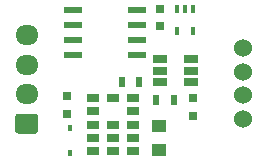
<source format=gts>
G04 #@! TF.GenerationSoftware,KiCad,Pcbnew,(5.1.10)-1*
G04 #@! TF.CreationDate,2021-11-20T00:47:51+09:00*
G04 #@! TF.ProjectId,M5Stack_UnitV2_DCDC&RS485,4d355374-6163-46b5-9f55-6e697456325f,rev?*
G04 #@! TF.SameCoordinates,Original*
G04 #@! TF.FileFunction,Soldermask,Top*
G04 #@! TF.FilePolarity,Negative*
%FSLAX46Y46*%
G04 Gerber Fmt 4.6, Leading zero omitted, Abs format (unit mm)*
G04 Created by KiCad (PCBNEW (5.1.10)-1) date 2021-11-20 00:47:51*
%MOMM*%
%LPD*%
G01*
G04 APERTURE LIST*
%ADD10R,0.750000X0.800000*%
%ADD11R,1.250000X1.000000*%
%ADD12R,0.450000X0.600000*%
%ADD13C,1.524000*%
%ADD14O,1.950000X1.700000*%
%ADD15R,0.500000X0.900000*%
%ADD16R,0.400000X0.650000*%
%ADD17R,1.220000X0.650000*%
%ADD18R,1.550000X0.600000*%
%ADD19R,1.100000X0.700000*%
G04 APERTURE END LIST*
D10*
X135900000Y-54350000D03*
X135900000Y-55850000D03*
X133100000Y-46750000D03*
X133100000Y-48250000D03*
X125200000Y-55650000D03*
X125200000Y-54150000D03*
D11*
X133000000Y-58700000D03*
X133000000Y-56700000D03*
D12*
X125500000Y-58950000D03*
X125500000Y-56850000D03*
D13*
X140100000Y-56100000D03*
X140100000Y-54100000D03*
X140100000Y-52100000D03*
X140100000Y-50100000D03*
G36*
G01*
X122525000Y-57350000D02*
X121075000Y-57350000D01*
G75*
G02*
X120825000Y-57100000I0J250000D01*
G01*
X120825000Y-55900000D01*
G75*
G02*
X121075000Y-55650000I250000J0D01*
G01*
X122525000Y-55650000D01*
G75*
G02*
X122775000Y-55900000I0J-250000D01*
G01*
X122775000Y-57100000D01*
G75*
G02*
X122525000Y-57350000I-250000J0D01*
G01*
G37*
D14*
X121800000Y-54000000D03*
X121800000Y-51500000D03*
X121800000Y-49000000D03*
D15*
X134250000Y-54500000D03*
X132750000Y-54500000D03*
X131350000Y-53000000D03*
X129850000Y-53000000D03*
D16*
X135850000Y-48650000D03*
X134550000Y-48650000D03*
X135200000Y-46750000D03*
X134550000Y-46750000D03*
X135850000Y-46750000D03*
D17*
X135710000Y-51050000D03*
X135710000Y-52000000D03*
X135710000Y-52950000D03*
X133090000Y-52950000D03*
X133090000Y-52000000D03*
X133090000Y-51050000D03*
D18*
X125700000Y-50705000D03*
X125700000Y-49435000D03*
X125700000Y-48165000D03*
X125700000Y-46895000D03*
X131100000Y-46895000D03*
X131100000Y-48165000D03*
X131100000Y-49435000D03*
X131100000Y-50705000D03*
D19*
X129100000Y-57750000D03*
X129100000Y-56600000D03*
X129100000Y-54350000D03*
X130800000Y-54350000D03*
X130800000Y-55450000D03*
X130800000Y-56600000D03*
X130800000Y-57750000D03*
X130800000Y-58850000D03*
X129100000Y-58850000D03*
X127400000Y-58850000D03*
X127400000Y-57750000D03*
X127400000Y-56600000D03*
X127400000Y-55450000D03*
X127400000Y-54350000D03*
M02*

</source>
